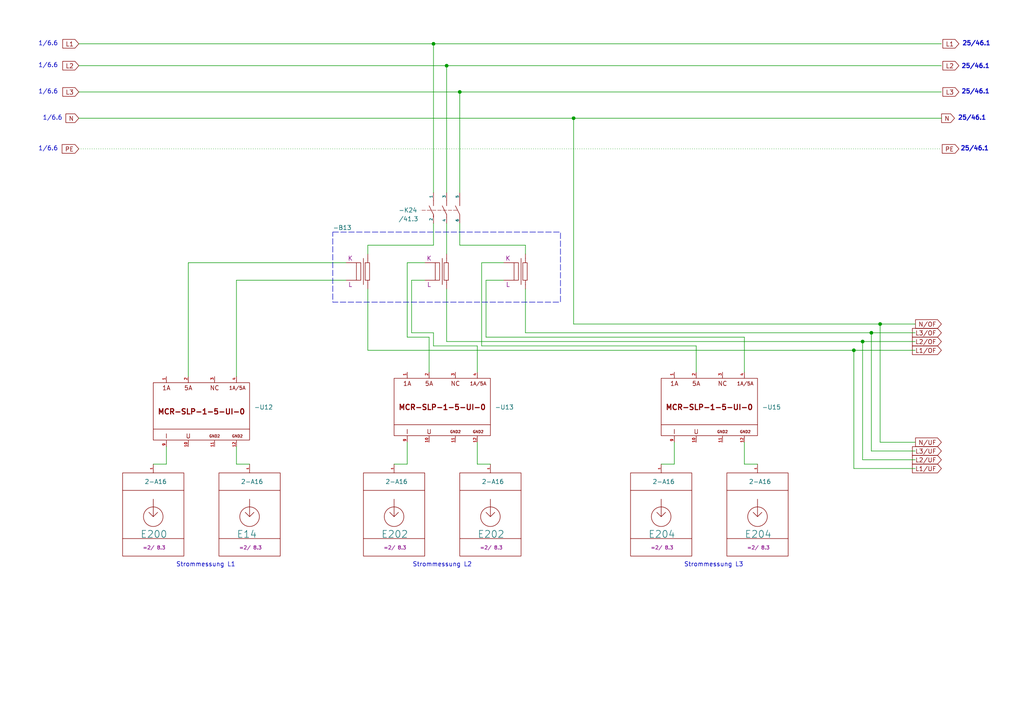
<source format=kicad_sch>
(kicad_sch (version 20250114) (generator "eeschema") (generator_version "9.0")
  (paper "A4")
  (title_block (comment 4 "20"))
  (lib_symbols
    (symbol "Spule_CT_(B)_1"
      (property "Reference" "-B" (at -3.81 5.588 0))
      (symbol "Spule_CT_(B)_1_0_1"
        (polyline (pts (xy 0 3.81) (xy 0 -3.81)))
        (rectangle (start 1.778 -2.54) (end 1.778 -2.54))
        (rectangle (start 1.778 -2.54) (end 1.778 -2.54))
      )
      (symbol "Spule_CT_(B)_1_1_1"
        (rectangle (start -2.032 2.54) (end -0.762 -2.54) (fill (type color)))
        (polyline (pts (xy -2.032 2.54) (xy -3.81 2.54)))
        (polyline (pts (xy -2.032 -2.54) (xy -3.81 -2.54)))
        (rectangle (start 0.508 2.54) (end 1.778 -2.54) (fill (type color)))
        (polyline (pts (xy 1.27 2.54) (xy 1.27 3.81)))
        (polyline (pts (xy 1.27 -2.54) (xy 1.27 -3.81)))
        (pin passive line (at -5.08 2.54 0) (length 1.27) (name "") (number ""))
        (pin passive line (at -5.08 -2.54 0) (length 1.27) (name "") (number ""))
        (pin passive line (at 1.27 5.08 270) (length 1.27) (name "") (number ""))
        (pin passive line (at 1.27 -5.08 90) (length 1.27) (name "") (number ""))
      )
    )
    (symbol "Spule_CT_(B)_2"
      (property "Reference" "-B" (at -3.81 5.588 0))
      (symbol "Spule_CT_(B)_2_0_1"
        (polyline (pts (xy 0 3.81) (xy 0 -3.81)))
        (rectangle (start 1.778 -2.54) (end 1.778 -2.54))
        (rectangle (start 1.778 -2.54) (end 1.778 -2.54))
      )
      (symbol "Spule_CT_(B)_2_1_1"
        (rectangle (start -2.032 2.54) (end -0.762 -2.54) (fill (type color)))
        (polyline (pts (xy -2.032 2.54) (xy -3.81 2.54)))
        (polyline (pts (xy -2.032 -2.54) (xy -3.81 -2.54)))
        (rectangle (start 0.508 2.54) (end 1.778 -2.54) (fill (type color)))
        (polyline (pts (xy 1.27 2.54) (xy 1.27 3.81)))
        (polyline (pts (xy 1.27 -2.54) (xy 1.27 -3.81)))
        (pin passive line (at -5.08 2.54 0) (length 1.27) (name "") (number ""))
        (pin passive line (at -5.08 -2.54 0) (length 1.27) (name "") (number ""))
        (pin passive line (at 1.27 5.08 270) (length 1.27) (name "") (number ""))
        (pin passive line (at 1.27 -5.08 90) (length 1.27) (name "") (number ""))
      )
    )
    (symbol "devices:MCR-SLP-1-5-UI-0_(U)" (pin_names (offset 0) (hide yes)) (on_board no)
      (property "Reference" "-U" (at -19.558 9.144 0))
      (symbol "MCR-SLP-1-5-UI-0_(U)_0_1"
        (rectangle (start -13.97 8.382) (end 13.9699 -8.2549))
        (polyline (pts (xy -13.97 -5.08) (xy 13.97 -5.08)))
        (polyline (pts (xy -10.16 8.89) (xy -10.16 8.382)))
        (polyline (pts (xy -10.16 -8.89) (xy -10.16 -8.382)))
        (polyline (pts (xy -3.81 8.89) (xy -3.81 8.382)))
        (polyline (pts (xy -3.81 -8.89) (xy -3.81 -8.382)))
        (polyline (pts (xy 3.81 8.89) (xy 3.81 8.382)))
        (polyline (pts (xy 3.81 -8.89) (xy 3.81 -8.382)))
        (polyline (pts (xy 10.16 8.89) (xy 10.16 8.382)))
        (polyline (pts (xy 10.16 -8.89) (xy 10.16 -8.382)))
      )
      (symbol "MCR-SLP-1-5-UI-0_(U)_1_1"
        (text "1A" (at -10.16 6.858 0) (effects (font (size 1.27 1.27))))
        (text "I" (at -10.16 -7.112 0) (effects (font (size 1.27 1.27))))
        (text "5A" (at -3.81 6.858 0) (effects (font (size 1.27 1.27))))
        (text "U" (at -3.81 -7.112 0) (effects (font (size 1.27 1.27))))
        (text "MCR-SLP-1-5-UI-0" (at 0 0 0) (effects (font (size 1.524 1.524) (thickness 0.3048) (bold yes))))
        (text "NC" (at 3.81 6.858 0) (effects (font (size 1.27 1.27))))
        (text "GND2" (at 3.81 -7.112 0) (effects (font (size 0.762 0.762))))
        (text "1A/5A" (at 10.414 6.858 0) (effects (font (size 1.016 1.016))))
        (text "GND2" (at 10.414 -7.112 0) (effects (font (size 0.762 0.762))))
        (pin passive line (at -10.16 10.16 270) (length 1.27) (name "1A") (number "1"))
        (pin passive line (at -10.16 -10.16 90) (length 1.27) (name "I") (number "9"))
        (pin passive line (at -3.81 10.16 270) (length 1.27) (name "5A") (number "2"))
        (pin passive line (at -3.81 -10.16 90) (length 1.27) (name "U") (number "10"))
        (pin passive line (at 3.81 10.16 270) (length 1.27) (name "NC") (number "3"))
        (pin passive line (at 3.81 -10.16 90) (length 1.27) (name "GND2") (number "11"))
        (pin passive line (at 10.16 10.16 270) (length 1.27) (name "1A/5A") (number "4"))
        (pin passive line (at 10.16 -10.16 90) (length 1.27) (name "GND2") (number "12"))
      )
    )
    (symbol "standart:PLC_IN_(E)" (on_board no)
      (property "Reference" "-E" (at -6.35 10.16 0))
      (property "Target" "=Gruppe/ Seite.Pfad" (at 0.254 -8.382 0))
      (symbol "PLC_IN_(E)_0_1"
        (rectangle (start -8.89 12.7) (end 8.89 -11.43))
        (polyline (pts (xy -8.89 7.62) (xy 8.89 7.62)))
        (polyline (pts (xy -8.89 -6.35) (xy 8.89 -6.35)))
        (polyline (pts (xy 0 5.08) (xy 0 0) (xy 1.27 1.27) (xy 0 0) (xy -1.27 1.27)))
        (circle (center 0 0) (radius 2.8398))
      )
      (symbol "PLC_IN_(E)_1_1"
        (pin input line (at 0 15.24 270) (length 2.54) (name "") (number "1"))
      )
    )
    (symbol "standart:Relais_(K)_NO_Allpolig" (pin_numbers (hide yes)) (pin_names (offset 0))
      (property "Reference" "-K" (at -4.318 4.318 0))
      (symbol "Relais_(K)_NO_Allpolig_0_1"
        (polyline (pts (xy 0 1.27) (xy 0 1.27)))
        (polyline (pts (xy 0 -1.27) (xy -1.27 1.27)))
        (polyline (pts (xy 0 -1.27) (xy 0 -2.032)))
        (polyline (pts (xy 3.81 1.27) (xy 3.81 1.27)))
        (polyline (pts (xy 3.81 -1.27) (xy 2.54 1.27)))
        (polyline (pts (xy 3.81 -1.27) (xy 3.81 -2.032)))
        (polyline (pts (xy 7.62 1.27) (xy 7.62 1.27)))
        (polyline (pts (xy 7.62 -1.27) (xy 6.35 1.27)))
        (polyline (pts (xy 7.62 -1.27) (xy 7.62 -2.032)))
      )
      (symbol "Relais_(K)_NO_Allpolig_1_1"
        (polyline (pts (xy 0 2.794) (xy 0 1.27)))
        (polyline (pts (xy 3.81 2.794) (xy 3.81 1.27)))
        (polyline (pts (xy 6.858 0) (xy -3.81 0)) (stroke (width 0.1016) (type dash)))
        (polyline (pts (xy 7.62 2.794) (xy 7.62 1.27)))
        (pin passive line (at 0 5.08 270) (length 2.286) (name "1") (number "1"))
        (pin passive line (at 0 -3.81 90) (length 2.286) (name "2") (number "2"))
        (pin passive line (at 3.81 5.08 270) (length 2.286) (name "3") (number "3"))
        (pin passive line (at 3.81 -3.81 90) (length 1.778) (name "4") (number "4"))
        (pin passive line (at 7.62 5.08 270) (length 2.286) (name "5") (number "5"))
        (pin passive line (at 7.62 -3.81 90) (length 1.778) (name "6") (number "6"))
      )
    )
    (symbol "standart:Spule_CT_(B)"
      (property "Reference" "-B" (at -3.81 5.588 0))
      (symbol "Spule_CT_(B)_0_1"
        (polyline (pts (xy 0 3.81) (xy 0 -3.81)))
        (rectangle (start 1.778 -2.54) (end 1.778 -2.54))
        (rectangle (start 1.778 -2.54) (end 1.778 -2.54))
      )
      (symbol "Spule_CT_(B)_1_1"
        (rectangle (start -2.032 2.54) (end -0.762 -2.54) (fill (type color)))
        (polyline (pts (xy -2.032 2.54) (xy -3.81 2.54)))
        (polyline (pts (xy -2.032 -2.54) (xy -3.81 -2.54)))
        (rectangle (start 0.508 2.54) (end 1.778 -2.54) (fill (type color)))
        (polyline (pts (xy 1.27 2.54) (xy 1.27 3.81)))
        (polyline (pts (xy 1.27 -2.54) (xy 1.27 -3.81)))
        (pin passive line (at -5.08 2.54 0) (length 1.27) (name "") (number ""))
        (pin passive line (at -5.08 -2.54 0) (length 1.27) (name "") (number ""))
        (pin passive line (at 1.27 5.08 270) (length 1.27) (name "") (number ""))
        (pin passive line (at 1.27 -5.08 90) (length 1.27) (name "") (number ""))
      )
    )
  )
  (rectangle (start 96.52 67.31) (end 162.56 87.63) (stroke (width 0) (type dash)))
  (text "Strommessung L3" (at 207.01 163.83 0) (effects (font (size 1.27 1.27))))
  (text "25/46.1" (at 282.702 43.18 0) (effects (font (size 1.27 1.27) (thickness 0.254) (bold yes))))
  (text "25/46.1" (at 282.956 19.304 0) (effects (font (size 1.27 1.27) (thickness 0.254) (bold yes))))
  (text "1/6.6" (at 15.24 34.29 0) (effects (font (size 1.27 1.27))))
  (text "1/6.6" (at 13.97 43.18 0) (effects (font (size 1.27 1.27))))
  (text "25/46.1" (at 282.956 26.67 0) (effects (font (size 1.27 1.27) (thickness 0.254) (bold yes))))
  (text "Strommessung L2" (at 128.27 163.83 0) (effects (font (size 1.27 1.27))))
  (text "1/6.6" (at 13.97 26.67 0) (effects (font (size 1.27 1.27))))
  (text "1/6.6" (at 13.97 19.05 0) (effects (font (size 1.27 1.27))))
  (text "Strommessung L1" (at 59.69 163.83 0) (effects (font (size 1.27 1.27))))
  (text "25/46.1" (at 283.21 12.7 0) (effects (font (size 1.27 1.27) (thickness 0.254) (bold yes))))
  (text "25/46.1" (at 281.94 34.29 0) (effects (font (size 1.27 1.27) (thickness 0.254) (bold yes))))
  (text "1/6.6" (at 13.97 12.7 0) (effects (font (size 1.27 1.27))))
  (junction (at 250.19 99.06))
  (junction (at 125.73 12.7))
  (junction (at 133.35 26.67))
  (junction (at 252.73 96.52))
  (junction (at 255.27 93.98))
  (junction (at 129.54 19.05))
  (junction (at 247.65 101.6))
  (junction (at 166.37 34.29))
  (wire (pts (xy 54.61 76.2) (xy 100.33 76.2)))
  (wire (pts (xy 255.27 93.98) (xy 255.27 128.27)))
  (wire (pts (xy 118.11 97.79) (xy 124.46 97.79)))
  (wire (pts (xy 22.86 19.05) (xy 129.54 19.05)))
  (wire (pts (xy 195.58 128.27) (xy 195.58 134.62)))
  (wire (pts (xy 250.19 99.06) (xy 265.43 99.06)))
  (wire (pts (xy 138.43 128.27) (xy 138.43 134.62)))
  (wire (pts (xy 140.97 81.28) (xy 146.05 81.28)))
  (wire (pts (xy 124.46 97.79) (xy 124.46 107.95)))
  (wire (pts (xy 106.68 83.82) (xy 106.68 101.6)))
  (wire (pts (xy 106.68 101.6) (xy 247.65 101.6)))
  (wire (pts (xy 119.38 81.28) (xy 123.19 81.28)))
  (wire (pts (xy 247.65 135.89) (xy 265.43 135.89)))
  (wire (pts (xy 191.77 134.62) (xy 195.58 134.62)))
  (wire (pts (xy 129.54 19.05) (xy 273.05 19.05)))
  (wire (pts (xy 166.37 34.29) (xy 166.37 93.98)))
  (wire (pts (xy 252.73 130.81) (xy 265.43 130.81)))
  (wire (pts (xy 118.11 128.27) (xy 118.11 134.62)))
  (wire (pts (xy 166.37 34.29) (xy 273.05 34.29)))
  (wire (pts (xy 106.68 71.12) (xy 106.68 73.66)))
  (wire (pts (xy 54.61 76.2) (xy 54.61 109.22)))
  (wire (pts (xy 215.9 128.27) (xy 215.9 134.62)))
  (wire (pts (xy 125.73 12.7) (xy 125.73 55.88)))
  (wire (pts (xy 166.37 93.98) (xy 255.27 93.98)))
  (wire (pts (xy 133.35 64.77) (xy 133.35 71.12)))
  (wire (pts (xy 138.43 100.33) (xy 138.43 107.95)))
  (wire (pts (xy 140.97 97.79) (xy 215.9 97.79)))
  (wire (pts (xy 255.27 93.98) (xy 265.43 93.98)))
  (wire (pts (xy 119.38 81.28) (xy 119.38 96.52)))
  (wire (pts (xy 22.86 34.29) (xy 166.37 34.29)))
  (wire (pts (xy 250.19 133.35) (xy 265.43 133.35)))
  (wire (pts (xy 119.38 96.52) (xy 125.73 96.52)))
  (wire (pts (xy 152.4 96.52) (xy 252.73 96.52)))
  (wire (pts (xy 139.7 100.33) (xy 201.93 100.33)))
  (wire (pts (xy 215.9 97.79) (xy 215.9 107.95)))
  (wire (pts (xy 247.65 101.6) (xy 265.43 101.6)))
  (wire (pts (xy 125.73 96.52) (xy 125.73 100.33)))
  (wire (pts (xy 133.35 26.67) (xy 273.05 26.67)))
  (wire (pts (xy 118.11 76.2) (xy 123.19 76.2)))
  (wire (pts (xy 252.73 96.52) (xy 252.73 130.81)))
  (wire (pts (xy 114.3 134.62) (xy 118.11 134.62)))
  (wire (pts (xy 247.65 101.6) (xy 247.65 135.89)))
  (wire (pts (xy 139.7 76.2) (xy 146.05 76.2)))
  (wire (pts (xy 68.58 129.54) (xy 68.58 134.62)))
  (wire (pts (xy 252.73 96.52) (xy 265.43 96.52)))
  (wire (pts (xy 138.43 134.62) (xy 142.24 134.62)))
  (wire (pts (xy 129.54 19.05) (xy 129.54 55.88)))
  (wire (pts (xy 22.86 12.7) (xy 125.73 12.7)))
  (wire (pts (xy 125.73 12.7) (xy 273.05 12.7)))
  (wire (pts (xy 22.86 26.67) (xy 133.35 26.67)))
  (wire (pts (xy 118.11 76.2) (xy 118.11 97.79)))
  (wire (pts (xy 250.19 99.06) (xy 250.19 133.35)))
  (wire (pts (xy 133.35 26.67) (xy 133.35 55.88)))
  (wire (pts (xy 139.7 76.2) (xy 139.7 100.33)))
  (wire (pts (xy 48.26 129.54) (xy 48.26 134.62)))
  (wire (pts (xy 22.86 43.18) (xy 273.05 43.18)) (stroke (width 0) (type dot)))
  (wire (pts (xy 133.35 71.12) (xy 152.4 71.12)))
  (wire (pts (xy 125.73 64.77) (xy 125.73 71.12)))
  (wire (pts (xy 129.54 99.06) (xy 250.19 99.06)))
  (wire (pts (xy 44.45 134.62) (xy 48.26 134.62)))
  (wire (pts (xy 68.58 81.28) (xy 68.58 109.22)))
  (wire (pts (xy 125.73 100.33) (xy 138.43 100.33)))
  (wire (pts (xy 201.93 100.33) (xy 201.93 107.95)))
  (wire (pts (xy 140.97 81.28) (xy 140.97 97.79)))
  (wire (pts (xy 68.58 81.28) (xy 100.33 81.28)))
  (wire (pts (xy 129.54 64.77) (xy 129.54 73.66)))
  (wire (pts (xy 215.9 134.62) (xy 219.71 134.62)))
  (wire (pts (xy 152.4 83.82) (xy 152.4 96.52)))
  (wire (pts (xy 106.68 71.12) (xy 125.73 71.12)))
  (wire (pts (xy 68.58 134.62) (xy 72.39 134.62)))
  (wire (pts (xy 129.54 83.82) (xy 129.54 99.06)))
  (wire (pts (xy 255.27 128.27) (xy 265.43 128.27)))
  (wire (pts (xy 152.4 71.12) (xy 152.4 73.66)))
  (global_label "L2{slash}UF" (shape input) (at 273.05 133.35 180) (property "Intersheetrefs" "${INTERSHEET_REFS}" (effects (hide yes))))
  (global_label "L1" (shape input) (at 278.13 12.7 180) (property "Intersheetrefs" "${INTERSHEET_REFS}" (effects (hide yes))))
  (global_label "L1{slash}UF" (shape input) (at 273.05 135.89 180) (property "Intersheetrefs" "${INTERSHEET_REFS}" (effects (hide yes))))
  (global_label "L3" (shape input) (at 278.13 26.67 180) (property "Intersheetrefs" "${INTERSHEET_REFS}" (effects (hide yes))))
  (global_label "PE" (shape input) (at 278.13 43.18 180) (property "Intersheetrefs" "${INTERSHEET_REFS}" (effects (hide yes))))
  (global_label "N" (shape input) (at 276.86 34.29 180) (property "Intersheetrefs" "${INTERSHEET_REFS}" (effects (hide yes))))
  (global_label "L3{slash}UF" (shape input) (at 273.05 130.81 180) (property "Intersheetrefs" "${INTERSHEET_REFS}" (effects (hide yes))))
  (global_label "L2" (shape input) (at 278.13 19.05 180) (property "Intersheetrefs" "${INTERSHEET_REFS}" (effects (hide yes))))
  (global_label "L2" (shape input) (at 22.86 19.05 180) (property "Intersheetrefs" "${INTERSHEET_REFS}" (effects (hide yes))))
  (global_label "N{slash}UF" (shape input) (at 273.05 128.27 180) (property "Intersheetrefs" "${INTERSHEET_REFS}" (effects (hide yes))))
  (global_label "N" (shape input) (at 22.86 34.29 180) (property "Intersheetrefs" "${INTERSHEET_REFS}" (effects (hide yes))))
  (global_label "N{slash}OF" (shape input) (at 273.05 93.98 180) (property "Intersheetrefs" "${INTERSHEET_REFS}" (effects (hide yes))))
  (global_label "L2{slash}OF" (shape input) (at 273.05 99.06 180) (property "Intersheetrefs" "${INTERSHEET_REFS}" (effects (hide yes))))
  (global_label "L3{slash}OF" (shape input) (at 273.05 96.52 180) (property "Intersheetrefs" "${INTERSHEET_REFS}" (effects (hide yes))))
  (global_label "L1" (shape input) (at 22.86 12.7 180) (property "Intersheetrefs" "${INTERSHEET_REFS}" (effects (hide yes))))
  (global_label "L3" (shape input) (at 22.86 26.67 180) (property "Intersheetrefs" "${INTERSHEET_REFS}" (effects (hide yes))))
  (global_label "PE" (shape input) (at 22.86 43.18 180) (property "Intersheetrefs" "${INTERSHEET_REFS}" (effects (hide yes))))
  (global_label "L1{slash}OF" (shape input) (at 273.05 101.6 180) (property "Intersheetrefs" "${INTERSHEET_REFS}" (effects (hide yes))))
  (symbol (lib_id "standart:PLC_IN_(E)") (at 219.71 149.86 0) (unit 1) (on_board no)
    (property "Reference" "E204" (at 215.9 154.94 0) (effects (font (size 2.032 2.032)) (justify left)))
    (property "Value" "2-A16" (at 217.17 139.7 0) (effects (justify left)))
    (property "Target" "=2/ 8.3" (at 219.964 158.242 0) (effects (font (size 1.016 1.016)) (justify top)))
  )
  (symbol (lib_id "devices:MCR-SLP-1-5-UI-0_(U)") (at 58.42 119.38 0) (unit 1) (on_board no)
    (property "Reference" "-U12" (at 73.66 118.1099 0) (effects (justify left)))
    (property "Description" "MCR-SLP-1-5-UI-0" (effects (hide yes)))
  )
  (symbol (lib_id "standart:Relais_(K)_NO_Allpolig") (at 125.73 60.96 0) (unit 1)
    (property "Reference" "-K24" (at 115.57 60.96 0) (effects (justify left)))
    (property "Value" "/41.3" (at 115.57 63.5 0) (effects (justify left)))
  )
  (symbol (lib_id "standart:PLC_IN_(E)") (at 72.39 149.86 0) (unit 1) (on_board no)
    (property "Reference" "E14" (at 68.58 154.94 0) (effects (font (size 2.032 2.032)) (justify left)))
    (property "Value" "2-A16" (at 69.85 139.7 0) (effects (justify left)))
    (property "Target" "=2/ 8.3" (at 72.644 158.242 0) (effects (font (size 1.016 1.016)) (justify top)))
  )
  (symbol (lib_name "Spule_CT_(B)_1") (lib_id "standart:Spule_CT_(B)") (at 128.27 78.74 0) (unit 1)
    (property "Reference" "-B1" (effects (hide yes)))
    (property "Footprint" "K" (at 124.46 74.93 0))
    (property "Datasheet" "L" (at 124.46 82.55 0))
  )
  (symbol (lib_id "standart:PLC_IN_(E)") (at 44.45 149.86 0) (unit 1) (on_board no)
    (property "Reference" "E200" (at 40.64 154.94 0) (effects (font (size 2.032 2.032)) (justify left)))
    (property "Value" "2-A16" (at 41.91 139.7 0) (effects (justify left)))
    (property "Target" "=2/ 8.3" (at 44.704 158.242 0) (effects (font (size 1.016 1.016)) (justify top)))
  )
  (symbol (lib_id "standart:PLC_IN_(E)") (at 142.24 149.86 0) (unit 1) (on_board no)
    (property "Reference" "E202" (at 138.43 154.94 0) (effects (font (size 2.032 2.032)) (justify left)))
    (property "Value" "2-A16" (at 139.7 139.7 0) (effects (justify left)))
    (property "Target" "=2/ 8.3" (at 142.494 158.242 0) (effects (font (size 1.016 1.016)) (justify top)))
  )
  (symbol (lib_id "standart:PLC_IN_(E)") (at 191.77 149.86 0) (unit 1) (on_board no)
    (property "Reference" "E204" (at 187.96 154.94 0) (effects (font (size 2.032 2.032)) (justify left)))
    (property "Value" "2-A16" (at 189.23 139.7 0) (effects (justify left)))
    (property "Target" "=2/ 8.3" (at 192.024 158.242 0) (effects (font (size 1.016 1.016)) (justify top)))
  )
  (symbol (lib_name "Spule_CT_(B)_2") (lib_id "standart:Spule_CT_(B)") (at 151.13 78.74 0) (unit 1)
    (property "Reference" "-B2" (effects (hide yes)))
    (property "Footprint" "K" (at 147.32 74.93 0))
    (property "Datasheet" "L" (at 147.32 82.55 0))
  )
  (symbol (lib_id "standart:Spule_CT_(B)") (at 105.41 78.74 0) (unit 1)
    (property "Reference" "-B13" (at 96.52 66.04 0) (effects (justify left)))
    (property "Footprint" "K" (at 101.6 74.93 0))
    (property "Datasheet" "L" (at 101.6 82.55 0))
  )
  (symbol (lib_id "standart:PLC_IN_(E)") (at 114.3 149.86 0) (unit 1) (on_board no)
    (property "Reference" "E202" (at 110.49 154.94 0) (effects (font (size 2.032 2.032)) (justify left)))
    (property "Value" "2-A16" (at 111.76 139.7 0) (effects (justify left)))
    (property "Target" "=2/ 8.3" (at 114.554 158.242 0) (effects (font (size 1.016 1.016)) (justify top)))
  )
  (symbol (lib_id "devices:MCR-SLP-1-5-UI-0_(U)") (at 128.27 118.11 0) (unit 1) (on_board no)
    (property "Reference" "-U13" (at 143.51 118.1099 0) (effects (justify left)))
    (property "Description" "MCR-SLP-1-5-UI-0" (effects (hide yes)))
  )
  (symbol (lib_id "devices:MCR-SLP-1-5-UI-0_(U)") (at 205.74 118.11 0) (unit 1) (on_board no)
    (property "Reference" "-U15" (at 220.98 118.1099 0) (effects (justify left)))
    (property "Description" "MCR-SLP-1-5-UI-0" (effects (hide yes)))
  )
  (sheet (at 322.58 0) (size 341.63 209.55) (stroke (width 0.1524))
    (property "Sheetname" "Ansteuer.Heizungsnotschütz" (at 322.58 -0.7116 0) (effects (justify left bottom)))
    (property "Sheetfile" "Ansteuer.Heizungsnotschütz.kicad_sch" (at 322.58 210.1346 0) (effects (justify left top)))
  )
)
</source>
